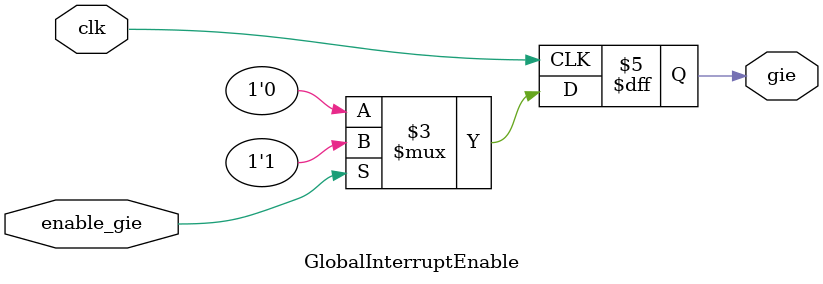
<source format=v>

module GlobalInterruptEnable (
  input clk,           // Clock input
  input enable_gie,    // Enable signal for General Interrupt Enable
  output reg gie       // General Interrupt Enable
);

  always @(posedge clk) begin
    if (enable_gie) begin
      // Enable GIE
      gie <= 1;
    end else begin
      // Disable GIE
      gie <= 0;
    end
  end

endmodule

</source>
